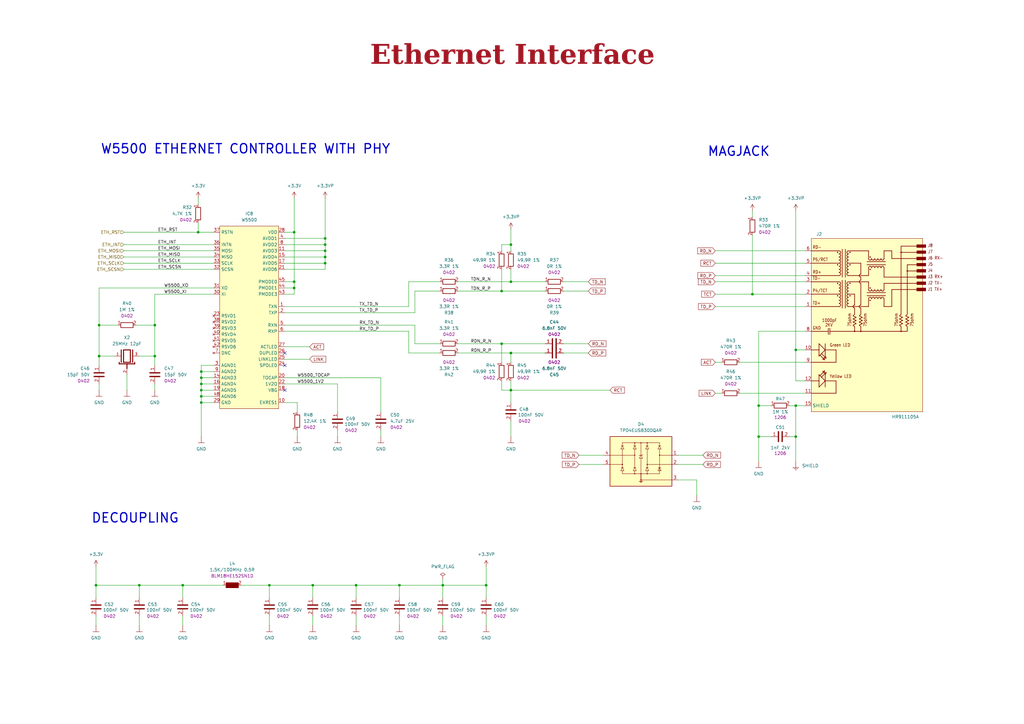
<source format=kicad_sch>
(kicad_sch (version 20250114) (generator "eeschema") (generator_version "9.0")
  (paper "A3")
  (title_block (title "Ethernet Interface") (date "2026-02-05") (rev "1.0.0") (company "DvidMakesThings"))
  (text "DECOUPLING" (at 37.338 212.598 0) (effects (font (size 3.81 3.81) (thickness 0.508) (bold yes)) (justify left)))
  (text "W5500 ETHERNET CONTROLLER WITH PHY" (at 41.148 61.214 0) (effects (font (size 3.81 3.81) (thickness 0.508) (bold yes)) (justify left)))
  (text "MAGJACK" (at 290.068 62.23 0) (effects (font (size 3.81 3.81) (thickness 0.508) (bold yes)) (justify left)))
  (text_box "Ethernet Interface" (at 12.7 16.51 0) (size 394.97 12.7) (margins 5.9999 5.9999 5.9999 5.9999) (stroke (width -0.0001)) (effects (font (size 8 8) (thickness 1.2) (bold yes))))
  (junction (at 57.15 240.03))
  (junction (at 128.27 240.03))
  (junction (at 205.74 119.38))
  (junction (at 40.64 133.35))
  (junction (at 133.35 100.33))
  (junction (at 133.35 97.79))
  (junction (at 326.39 179.07))
  (junction (at 209.55 144.78))
  (junction (at 133.35 102.87))
  (junction (at 199.39 240.03))
  (junction (at 40.64 146.05))
  (junction (at 326.39 143.51))
  (junction (at 82.55 162.56))
  (junction (at 163.83 240.03))
  (junction (at 205.74 140.97))
  (junction (at 82.55 160.02))
  (junction (at 120.65 115.57))
  (junction (at 110.49 240.03))
  (junction (at 209.55 100.33))
  (junction (at 308.61 120.65))
  (junction (at 82.55 154.94))
  (junction (at 120.65 118.11))
  (junction (at 326.39 166.37))
  (junction (at 82.55 165.1))
  (junction (at 209.55 115.57))
  (junction (at 74.93 240.03))
  (junction (at 63.5 146.05))
  (junction (at 133.35 105.41))
  (junction (at 82.55 157.48))
  (junction (at 181.61 240.03))
  (junction (at 146.05 240.03))
  (junction (at 120.65 95.25))
  (junction (at 133.35 107.95))
  (junction (at 311.15 179.07))
  (junction (at 81.28 95.25))
  (junction (at 63.5 133.35))
  (junction (at 82.55 152.4))
  (junction (at 39.37 240.03))
  (junction (at 311.15 166.37))
  (junction (at 209.55 160.02))
  (no_connect (at 116.84 144.78))
  (no_connect (at 116.84 149.86))
  (no_connect (at 116.84 160.02))
  (wire (pts (xy 231.14 115.57) (xy 241.3 115.57)))
  (wire (pts (xy 82.55 165.1) (xy 87.63 165.1)))
  (wire (pts (xy 209.55 172.72) (xy 209.55 179.07)))
  (wire (pts (xy 181.61 256.54) (xy 181.61 252.73)))
  (wire (pts (xy 205.74 100.33) (xy 209.55 100.33)))
  (wire (pts (xy 303.53 148.59) (xy 330.2 148.59)))
  (wire (pts (xy 57.15 256.54) (xy 57.15 252.73)))
  (wire (pts (xy 163.83 240.03) (xy 163.83 245.11)))
  (wire (pts (xy 116.84 135.89) (xy 167.64 135.89)))
  (wire (pts (xy 116.84 118.11) (xy 120.65 118.11)))
  (wire (pts (xy 128.27 256.54) (xy 128.27 252.73)))
  (wire (pts (xy 50.8 95.25) (xy 81.28 95.25)))
  (wire (pts (xy 63.5 146.05) (xy 63.5 149.86)))
  (wire (pts (xy 128.27 240.03) (xy 128.27 245.11)))
  (wire (pts (xy 205.74 160.02) (xy 209.55 160.02)))
  (wire (pts (xy 128.27 240.03) (xy 110.49 240.03)))
  (wire (pts (xy 82.55 154.94) (xy 82.55 157.48)))
  (wire (pts (xy 116.84 100.33) (xy 133.35 100.33)))
  (wire (pts (xy 205.74 110.49) (xy 205.74 119.38)))
  (wire (pts (xy 199.39 240.03) (xy 181.61 240.03)))
  (wire (pts (xy 82.55 160.02) (xy 82.55 162.56)))
  (wire (pts (xy 116.84 105.41) (xy 133.35 105.41)))
  (wire (pts (xy 39.37 256.54) (xy 39.37 252.73)))
  (wire (pts (xy 323.85 166.37) (xy 326.39 166.37)))
  (wire (pts (xy 311.15 166.37) (xy 311.15 179.07)))
  (wire (pts (xy 133.35 81.28) (xy 133.35 97.79)))
  (wire (pts (xy 116.84 165.1) (xy 121.92 165.1)))
  (wire (pts (xy 330.2 156.21) (xy 326.39 156.21)))
  (wire (pts (xy 205.74 140.97) (xy 223.52 140.97)))
  (wire (pts (xy 116.84 128.27) (xy 170.18 128.27)))
  (wire (pts (xy 116.84 147.32) (xy 127 147.32)))
  (wire (pts (xy 278.13 196.85) (xy 285.75 196.85)))
  (wire (pts (xy 133.35 102.87) (xy 133.35 100.33)))
  (wire (pts (xy 87.63 149.86) (xy 82.55 149.86)))
  (wire (pts (xy 326.39 179.07) (xy 326.39 189.23)))
  (wire (pts (xy 170.18 128.27) (xy 170.18 119.38)))
  (wire (pts (xy 57.15 146.05) (xy 63.5 146.05)))
  (wire (pts (xy 116.84 133.35) (xy 170.18 133.35)))
  (wire (pts (xy 316.23 166.37) (xy 311.15 166.37)))
  (wire (pts (xy 50.8 100.33) (xy 87.63 100.33)))
  (wire (pts (xy 199.39 232.41) (xy 199.39 240.03)))
  (wire (pts (xy 146.05 256.54) (xy 146.05 252.73)))
  (wire (pts (xy 81.28 95.25) (xy 87.63 95.25)))
  (wire (pts (xy 209.55 160.02) (xy 209.55 165.1)))
  (wire (pts (xy 330.2 135.89) (xy 311.15 135.89)))
  (wire (pts (xy 133.35 107.95) (xy 133.35 105.41)))
  (wire (pts (xy 82.55 162.56) (xy 87.63 162.56)))
  (wire (pts (xy 167.64 115.57) (xy 180.34 115.57)))
  (wire (pts (xy 120.65 115.57) (xy 120.65 95.25)))
  (wire (pts (xy 50.8 110.49) (xy 87.63 110.49)))
  (wire (pts (xy 205.74 140.97) (xy 205.74 148.59)))
  (wire (pts (xy 311.15 135.89) (xy 311.15 166.37)))
  (wire (pts (xy 40.64 133.35) (xy 40.64 146.05)))
  (wire (pts (xy 247.65 186.69) (xy 237.49 186.69)))
  (wire (pts (xy 293.37 120.65) (xy 308.61 120.65)))
  (wire (pts (xy 133.35 105.41) (xy 133.35 102.87)))
  (wire (pts (xy 293.37 161.29) (xy 295.91 161.29)))
  (wire (pts (xy 293.37 125.73) (xy 330.2 125.73)))
  (wire (pts (xy 116.84 154.94) (xy 156.21 154.94)))
  (wire (pts (xy 278.13 190.5) (xy 288.29 190.5)))
  (wire (pts (xy 116.84 97.79) (xy 133.35 97.79)))
  (wire (pts (xy 82.55 160.02) (xy 87.63 160.02)))
  (wire (pts (xy 116.84 125.73) (xy 167.64 125.73)))
  (wire (pts (xy 209.55 110.49) (xy 209.55 115.57)))
  (wire (pts (xy 187.96 140.97) (xy 205.74 140.97)))
  (wire (pts (xy 82.55 157.48) (xy 82.55 160.02)))
  (wire (pts (xy 209.55 144.78) (xy 223.52 144.78)))
  (wire (pts (xy 323.85 179.07) (xy 326.39 179.07)))
  (wire (pts (xy 133.35 100.33) (xy 133.35 97.79)))
  (wire (pts (xy 82.55 162.56) (xy 82.55 165.1)))
  (wire (pts (xy 81.28 91.44) (xy 81.28 95.25)))
  (wire (pts (xy 326.39 166.37) (xy 330.2 166.37)))
  (wire (pts (xy 116.84 115.57) (xy 120.65 115.57)))
  (wire (pts (xy 50.8 107.95) (xy 87.63 107.95)))
  (wire (pts (xy 163.83 256.54) (xy 163.83 252.73)))
  (wire (pts (xy 330.2 120.65) (xy 308.61 120.65)))
  (wire (pts (xy 82.55 149.86) (xy 82.55 152.4)))
  (wire (pts (xy 209.55 144.78) (xy 209.55 148.59)))
  (wire (pts (xy 156.21 176.53) (xy 156.21 179.07)))
  (wire (pts (xy 40.64 160.02) (xy 40.64 157.48)))
  (wire (pts (xy 40.64 133.35) (xy 48.26 133.35)))
  (wire (pts (xy 120.65 95.25) (xy 120.65 81.28)))
  (wire (pts (xy 116.84 142.24) (xy 127 142.24)))
  (wire (pts (xy 50.8 102.87) (xy 87.63 102.87)))
  (wire (pts (xy 121.92 165.1) (xy 121.92 168.91)))
  (wire (pts (xy 52.07 153.67) (xy 52.07 160.02)))
  (wire (pts (xy 57.15 240.03) (xy 39.37 240.03)))
  (wire (pts (xy 133.35 110.49) (xy 133.35 107.95)))
  (wire (pts (xy 326.39 179.07) (xy 326.39 166.37)))
  (wire (pts (xy 170.18 119.38) (xy 180.34 119.38)))
  (wire (pts (xy 110.49 240.03) (xy 110.49 245.11)))
  (wire (pts (xy 50.8 105.41) (xy 87.63 105.41)))
  (wire (pts (xy 167.64 125.73) (xy 167.64 115.57)))
  (wire (pts (xy 167.64 135.89) (xy 167.64 144.78)))
  (wire (pts (xy 293.37 107.95) (xy 330.2 107.95)))
  (wire (pts (xy 293.37 115.57) (xy 330.2 115.57)))
  (wire (pts (xy 40.64 146.05) (xy 40.64 149.86)))
  (wire (pts (xy 121.92 179.07) (xy 121.92 176.53)))
  (wire (pts (xy 55.88 133.35) (xy 63.5 133.35)))
  (wire (pts (xy 293.37 102.87) (xy 330.2 102.87)))
  (wire (pts (xy 39.37 240.03) (xy 39.37 245.11)))
  (wire (pts (xy 74.93 240.03) (xy 57.15 240.03)))
  (wire (pts (xy 57.15 240.03) (xy 57.15 245.11)))
  (wire (pts (xy 199.39 240.03) (xy 199.39 245.11)))
  (wire (pts (xy 82.55 152.4) (xy 87.63 152.4)))
  (wire (pts (xy 293.37 148.59) (xy 295.91 148.59)))
  (wire (pts (xy 116.84 107.95) (xy 133.35 107.95)))
  (wire (pts (xy 308.61 120.65) (xy 308.61 96.52)))
  (wire (pts (xy 82.55 154.94) (xy 87.63 154.94)))
  (wire (pts (xy 82.55 152.4) (xy 82.55 154.94)))
  (wire (pts (xy 63.5 120.65) (xy 63.5 133.35)))
  (wire (pts (xy 278.13 186.69) (xy 288.29 186.69)))
  (wire (pts (xy 110.49 256.54) (xy 110.49 252.73)))
  (wire (pts (xy 231.14 119.38) (xy 241.3 119.38)))
  (wire (pts (xy 187.96 144.78) (xy 209.55 144.78)))
  (wire (pts (xy 231.14 140.97) (xy 241.3 140.97)))
  (wire (pts (xy 156.21 154.94) (xy 156.21 168.91)))
  (wire (pts (xy 209.55 93.98) (xy 209.55 100.33)))
  (wire (pts (xy 163.83 240.03) (xy 146.05 240.03)))
  (wire (pts (xy 187.96 119.38) (xy 205.74 119.38)))
  (wire (pts (xy 39.37 232.41) (xy 39.37 240.03)))
  (wire (pts (xy 167.64 144.78) (xy 180.34 144.78)))
  (wire (pts (xy 40.64 118.11) (xy 40.64 133.35)))
  (wire (pts (xy 293.37 113.03) (xy 330.2 113.03)))
  (wire (pts (xy 138.43 176.53) (xy 138.43 179.07)))
  (wire (pts (xy 247.65 190.5) (xy 237.49 190.5)))
  (wire (pts (xy 116.84 102.87) (xy 133.35 102.87)))
  (wire (pts (xy 326.39 86.36) (xy 326.39 143.51)))
  (wire (pts (xy 205.74 119.38) (xy 223.52 119.38)))
  (wire (pts (xy 187.96 115.57) (xy 209.55 115.57)))
  (wire (pts (xy 308.61 88.9) (xy 308.61 86.36)))
  (wire (pts (xy 311.15 179.07) (xy 311.15 189.23)))
  (wire (pts (xy 120.65 120.65) (xy 120.65 118.11)))
  (wire (pts (xy 91.44 240.03) (xy 74.93 240.03)))
  (wire (pts (xy 82.55 157.48) (xy 87.63 157.48)))
  (wire (pts (xy 116.84 120.65) (xy 120.65 120.65)))
  (wire (pts (xy 311.15 179.07) (xy 316.23 179.07)))
  (wire (pts (xy 303.53 161.29) (xy 330.2 161.29)))
  (wire (pts (xy 74.93 240.03) (xy 74.93 245.11)))
  (wire (pts (xy 326.39 156.21) (xy 326.39 143.51)))
  (wire (pts (xy 181.61 237.49) (xy 181.61 240.03)))
  (wire (pts (xy 209.55 115.57) (xy 223.52 115.57)))
  (wire (pts (xy 138.43 157.48) (xy 138.43 168.91)))
  (wire (pts (xy 209.55 100.33) (xy 209.55 102.87)))
  (wire (pts (xy 205.74 102.87) (xy 205.74 100.33)))
  (wire (pts (xy 99.06 240.03) (xy 110.49 240.03)))
  (wire (pts (xy 146.05 240.03) (xy 128.27 240.03)))
  (wire (pts (xy 285.75 196.85) (xy 285.75 203.2)))
  (wire (pts (xy 330.2 143.51) (xy 326.39 143.51)))
  (wire (pts (xy 63.5 133.35) (xy 63.5 146.05)))
  (wire (pts (xy 120.65 118.11) (xy 120.65 115.57)))
  (wire (pts (xy 170.18 140.97) (xy 180.34 140.97)))
  (wire (pts (xy 74.93 256.54) (xy 74.93 252.73)))
  (wire (pts (xy 63.5 160.02) (xy 63.5 157.48)))
  (wire (pts (xy 81.28 81.28) (xy 81.28 83.82)))
  (wire (pts (xy 82.55 165.1) (xy 82.55 179.07)))
  (wire (pts (xy 146.05 240.03) (xy 146.05 245.11)))
  (wire (pts (xy 87.63 118.11) (xy 40.64 118.11)))
  (wire (pts (xy 231.14 144.78) (xy 241.3 144.78)))
  (wire (pts (xy 87.63 120.65) (xy 63.5 120.65)))
  (wire (pts (xy 181.61 240.03) (xy 163.83 240.03)))
  (wire (pts (xy 170.18 133.35) (xy 170.18 140.97)))
  (wire (pts (xy 199.39 256.54) (xy 199.39 252.73)))
  (wire (pts (xy 116.84 157.48) (xy 138.43 157.48)))
  (wire (pts (xy 116.84 95.25) (xy 120.65 95.25)))
  (wire (pts (xy 116.84 110.49) (xy 133.35 110.49)))
  (wire (pts (xy 181.61 240.03) (xy 181.61 245.11)))
  (wire (pts (xy 209.55 160.02) (xy 250.19 160.02)))
  (wire (pts (xy 205.74 156.21) (xy 205.74 160.02)))
  (wire (pts (xy 209.55 160.02) (xy 209.55 156.21)))
  (wire (pts (xy 46.99 146.05) (xy 40.64 146.05)))
  (label "RDN_R_P" (at 193.04 144.78 0))
  (label "W5500_XO" (at 67.31 118.11 0))
  (label "ETH_MISO" (at 64.77 105.41 0))
  (label "ETH_RST" (at 64.77 95.25 0))
  (label "W5500_1V2" (at 121.92 157.48 0))
  (label "W5500_TOCAP" (at 121.92 154.94 0))
  (label "TDN_R_P" (at 193.04 119.38 0))
  (label "RX_TD_N" (at 147.32 133.35 0))
  (label "TX_TD_N" (at 147.32 125.73 0))
  (label "ETH_INT" (at 64.77 100.33 0))
  (label "ETH_SCLK" (at 64.77 107.95 0))
  (label "ETH_MOSI" (at 64.77 102.87 0))
  (label "RDN_R_N" (at 193.04 140.97 0))
  (label "TX_TD_P" (at 147.32 128.27 0))
  (label "RX_TD_P" (at 147.32 135.89 0))
  (label "ETH_SCSN" (at 64.77 110.49 0))
  (label "TDN_R_N" (at 193.04 115.57 0))
  (label "W5500_XI" (at 67.31 120.65 0))
  (global_label "TCT" (shape input) (at 293.37 120.65 180) (property "Intersheetrefs" "${INTERSHEET_REFS}" (effects (hide yes))))
  (global_label "TD_N" (shape input) (at 293.37 115.57 180) (property "Intersheetrefs" "${INTERSHEET_REFS}" (effects (hide yes))))
  (global_label "TD_P" (shape input) (at 237.49 190.5 180) (property "Intersheetrefs" "${INTERSHEET_REFS}" (effects (hide yes))))
  (global_label "ACT" (shape input) (at 127 142.24 0) (property "Intersheetrefs" "${INTERSHEET_REFS}" (effects (hide yes))))
  (global_label "TD_N" (shape input) (at 237.49 186.69 180) (property "Intersheetrefs" "${INTERSHEET_REFS}" (effects (hide yes))))
  (global_label "ACT" (shape input) (at 293.37 148.59 180) (property "Intersheetrefs" "${INTERSHEET_REFS}" (effects (hide yes))))
  (global_label "TD_N" (shape input) (at 241.3 115.57 0) (property "Intersheetrefs" "${INTERSHEET_REFS}" (effects (hide yes))))
  (global_label "RD_P" (shape input) (at 293.37 113.03 180) (property "Intersheetrefs" "${INTERSHEET_REFS}" (effects (hide yes))))
  (global_label "RD_N" (shape input) (at 241.3 140.97 0) (property "Intersheetrefs" "${INTERSHEET_REFS}" (effects (hide yes))))
  (global_label "RD_P" (shape input) (at 241.3 144.78 0) (property "Intersheetrefs" "${INTERSHEET_REFS}" (effects (hide yes))))
  (global_label "TD_P" (shape input) (at 241.3 119.38 0) (property "Intersheetrefs" "${INTERSHEET_REFS}" (effects (hide yes))))
  (global_label "RCT" (shape input) (at 250.19 160.02 0) (property "Intersheetrefs" "${INTERSHEET_REFS}" (effects (hide yes))))
  (global_label "RD_N" (shape input) (at 288.29 186.69 0) (property "Intersheetrefs" "${INTERSHEET_REFS}" (effects (hide yes))))
  (global_label "RD_P" (shape input) (at 288.29 190.5 0) (property "Intersheetrefs" "${INTERSHEET_REFS}" (effects (hide yes))))
  (global_label "RCT" (shape input) (at 293.37 107.95 180) (property "Intersheetrefs" "${INTERSHEET_REFS}" (effects (hide yes))))
  (global_label "LINK" (shape input) (at 127 147.32 0) (property "Intersheetrefs" "${INTERSHEET_REFS}" (effects (hide yes))))
  (global_label "TD_P" (shape input) (at 293.37 125.73 180) (property "Intersheetrefs" "${INTERSHEET_REFS}" (effects (hide yes))))
  (global_label "RD_N" (shape input) (at 293.37 102.87 180) (property "Intersheetrefs" "${INTERSHEET_REFS}" (effects (hide yes))))
  (global_label "LINK" (shape input) (at 293.37 161.29 180) (property "Intersheetrefs" "${INTERSHEET_REFS}" (effects (hide yes))))
  (hierarchical_label "ETH_INT" (shape input) (at 50.8 100.33 180))
  (hierarchical_label "ETH_SCLK" (shape input) (at 50.8 107.95 180))
  (hierarchical_label "ETH_SCSN" (shape input) (at 50.8 110.49 180))
  (hierarchical_label "ETH_RST" (shape input) (at 50.8 95.25 180))
  (hierarchical_label "ETH_MOSI" (shape input) (at 50.8 102.87 180))
  (hierarchical_label "ETH_MISO" (shape input) (at 50.8 105.41 180))
  (symbol (lib_id "DS_Capacitor_0402:15pF 50V 0402") (at 40.64 153.67 0) (mirror y) (unit 1)
    (property "Reference" "C46" (at 36.83 151.1299 0) (effects (justify left)))
    (property "Value" "15pF 50V" (at 36.83 153.6699 0) (effects (justify left)))
    (property "Footprint" "Capacitor_SMD:C_0402_1005Metric" (effects (hide yes)))
    (property "Description" "50V 15pF C0G ±5% 0402 Multilayer Ceramic Capacitors MLCC - SMD/SMT ROHS" (effects (hide yes)))
    (property "FOOTPRINT_SHORT" "0402" (at 36.83 156.2099 0) (effects (justify left)))
    (property "ROHS" "YES" (effects (hide yes)))
    (property "LCSC_PART" "C1548" (effects (hide yes)))
  )
  (symbol (lib_id "DS_Capacitor_0402:100nF 50V 0402") (at 163.83 248.92 0) (mirror y) (unit 1)
    (property "Reference" "C58" (at 169.164 247.904 0))
    (property "Value" "100nF 50V" (at 171.958 250.19 0))
    (property "Footprint" "Capacitor_SMD:C_0402_1005Metric" (effects (hide yes)))
    (property "Description" "50V 100nF X7R ±10% 0402 Multilayer Ceramic Capacitors MLCC - SMD/SMT ROHS" (effects (hide yes)))
    (property "FOOTPRINT_SHORT" "0402" (at 169.418 252.73 0))
    (property "ROHS" "YES" (effects (hide yes)))
    (property "LCSC_PART" "C307331" (effects (hide yes)))
  )
  (symbol (lib_id "DS_Resistor_0402:470R 1% 0402") (at 299.72 148.59 90) (unit 1)
    (property "Reference" "R43" (at 299.72 139.7 90))
    (property "Value" "470R 1%" (at 299.72 142.24 90))
    (property "Footprint" "Resistor_SMD:R_0402_1005Metric" (effects (hide yes)))
    (property "Description" "62.5mW Thick Film Resistors 50V ±100ppm/℃ ±1% 470Ω 0402 Chip Resistor - Surface Mount ROHS" (effects (hide yes)))
    (property "LCSC_PART" "C25117" (effects (hide yes)))
    (property "ROHS" "YES" (effects (hide yes)))
    (property "FOOTPRINT_SHORT" "0402" (at 299.72 144.78 90))
    (property "MFR" "Panasonic" (effects (hide yes)))
  )
  (symbol (lib_id "DS_Diode:TPD4EUSB30DQAR") (at 262.89 189.23 0) (unit 1)
    (property "Reference" "D4" (at 262.89 173.99 0))
    (property "Value" "TPD4EUSB30DQAR" (at 262.89 176.53 0))
    (property "Footprint" "DS_Diode:USON10_2.5x1" (effects (hide yes)))
    (property "Datasheet" "https://www.ti.com/lit/ds/symlink/tpd4eusb30.pdf" (effects (hide yes)))
    (property "Description" "8V Clamp 1A (8/20µs) Ipp Tv" (effects (hide yes)))
    (property "MFR" "Texas Instruments" (effects (hide yes)))
    (property "MPN" "TPD4EUSB30DQAR" (effects (hide yes)))
    (property "ROHS" "YES" (effects (hide yes)))
    (property "LCSC_PART" "C5199222" (effects (hide yes)))
  )
  (symbol (lib_id "DS_Supply:GND") (at 121.92 179.07 0) (unit 1)
    (property "Reference" "#PWR098" (effects (hide yes)))
    (property "Value" "GND" (at 121.92 184.15 0))
    (property "Description" "Power symbol creates a global label with name \"GND\" , ground" (effects (hide yes)))
  )
  (symbol (lib_id "DS_Inductor:BLM18HE152SN1D") (at 95.25 240.03 90) (unit 1)
    (property "Reference" "L4" (at 95.25 231.14 90))
    (property "Value" "1.5K/100MHz 0.5R" (at 95.25 233.68 90))
    (property "Footprint" "Resistor_SMD:R_0603_1608Metric" (effects (hide yes)))
    (property "Datasheet" "https://product.tdk.com/en/system/files/dam/doc/product/emc/emc/beads/catalog/beads_commercial_signal_mmz1608_en.pdf" (effects (hide yes)))
    (property "Description" "1.5 kOhms @ 100 MHz 1 Signal Line Ferrite Bead 0603 (1608 Metric) 500mA 500mOhm" (effects (hide yes)))
    (property "LCSC_PART" "C82155" (effects (hide yes)))
    (property "MFR" "Murata Electronics" (effects (hide yes)))
    (property "MPN" "BLM18HE152SN1D" (at 95.25 236.22 90))
  )
  (symbol (lib_id "DS_Supply:GND") (at 52.07 160.02 0) (unit 1)
    (property "Reference" "#PWR095" (effects (hide yes)))
    (property "Value" "GND" (at 52.07 165.1 0))
    (property "Description" "Power symbol creates a global label with name \"GND\" , ground" (effects (hide yes)))
  )
  (symbol (lib_id "DS_Supply:GND") (at 63.5 160.02 0) (unit 1)
    (property "Reference" "#PWR096" (effects (hide yes)))
    (property "Value" "GND" (at 63.5 165.1 0))
    (property "Description" "Power symbol creates a global label with name \"GND\" , ground" (effects (hide yes)))
  )
  (symbol (lib_id "DS_Capacitor_0402:100nF 50V 0402") (at 146.05 248.92 0) (mirror y) (unit 1)
    (property "Reference" "C57" (at 151.384 247.904 0))
    (property "Value" "100nF 50V" (at 154.178 250.19 0))
    (property "Footprint" "Capacitor_SMD:C_0402_1005Metric" (effects (hide yes)))
    (property "Description" "50V 100nF X7R ±10% 0402 Multilayer Ceramic Capacitors MLCC - SMD/SMT ROHS" (effects (hide yes)))
    (property "FOOTPRINT_SHORT" "0402" (at 151.638 252.73 0))
    (property "ROHS" "YES" (effects (hide yes)))
    (property "LCSC_PART" "C307331" (effects (hide yes)))
  )
  (symbol (lib_id "DS_Supply:GND") (at 57.15 256.54 0) (unit 1)
    (property "Reference" "#PWR0107" (effects (hide yes)))
    (property "Value" "GND" (at 57.15 261.62 0))
    (property "Description" "Power symbol creates a global label with name \"GND\" , ground" (effects (hide yes)))
  )
  (symbol (lib_id "DS_Capacitor_0402:4.7uF 25V 0402") (at 156.21 172.72 0) (unit 1)
    (property "Reference" "C50" (at 160.02 170.1799 0) (effects (justify left)))
    (property "Value" "4.7uF 25V" (at 160.02 172.7199 0) (effects (justify left)))
    (property "Footprint" "Capacitor_SMD:C_0402_1005Metric" (effects (hide yes)))
    (property "Description" "25V 4.7uF X5R ±20% 0402 Multilayer Ceramic Capacitors MLCC - SMD/SMT ROHS" (effects (hide yes)))
    (property "FOOTPRINT_SHORT" "0402" (at 160.02 175.2599 0) (effects (justify left)))
    (property "ROHS" "YES" (effects (hide yes)))
    (property "LCSC_PART" "C22367824" (effects (hide yes)))
    (property "MFR" "Murata" (effects (hide yes)))
  )
  (symbol (lib_id "power:+3.3VP") (at 199.39 232.41 0) (unit 1)
    (property "Reference" "#PWR0105" (effects (hide yes)))
    (property "Value" "+3.3VP" (at 199.39 227.33 0))
    (property "Description" "Power symbol creates a global label with name \"+3.3VP\"" (effects (hide yes)))
  )
  (symbol (lib_id "DS_Supply:GND") (at 311.15 189.23 0) (unit 1)
    (property "Reference" "#PWR0102" (effects (hide yes)))
    (property "Value" "GND" (at 311.15 194.31 0))
    (property "Description" "Power symbol creates a global label with name \"GND\" , ground" (effects (hide yes)))
  )
  (symbol (lib_id "power:+3.3VP") (at 133.35 81.28 0) (unit 1)
    (property "Reference" "#PWR090" (effects (hide yes)))
    (property "Value" "+3.3VP" (at 133.35 76.2 0))
    (property "Description" "Power symbol creates a global label with name \"+3.3VP\"" (effects (hide yes)))
  )
  (symbol (lib_id "DS_Resistor_1206:1M 1% 1206") (at 320.04 166.37 90) (unit 1)
    (property "Reference" "R47" (at 320.04 163.576 90))
    (property "Value" "1M 1%" (at 320.04 168.91 90))
    (property "Footprint" "Resistor_SMD:R_1206_3216Metric" (effects (hide yes)))
    (property "Description" "250mW Thick Film Resistors 200V ±100ppm/℃ ±1% 1MΩ 1206 Chip Resistor - Surface Mount ROHS" (effects (hide yes)))
    (property "LCSC_PART" "C17927" (effects (hide yes)))
    (property "ROHS" "YES" (effects (hide yes)))
    (property "FOOTPRINT_SHORT" "1206" (at 320.04 171.196 90))
    (property "MFR" "Uniohm" (effects (hide yes)))
  )
  (symbol (lib_id "DS_Resistor_0402:3.3R 1% 0402") (at 184.15 140.97 90) (unit 1)
    (property "Reference" "R41" (at 184.15 132.08 90))
    (property "Value" "3.3R 1%" (at 184.15 134.62 90))
    (property "Footprint" "Resistor_SMD:R_0402_1005Metric" (effects (hide yes)))
    (property "Description" "62.5mW Thick Film Resistors 50V ±1% ±400ppm/℃ 3.3Ω 0402 Chip Resistor - Surface Mount ROHS" (effects (hide yes)))
    (property "LCSC_PART" "C270612" (effects (hide yes)))
    (property "ROHS" "YES" (effects (hide yes)))
    (property "FOOTPRINT_SHORT" "0402" (at 184.15 137.16 90))
  )
  (symbol (lib_id "DS_Capacitor_0402:100nF 50V 0402") (at 181.61 248.92 0) (mirror y) (unit 1)
    (property "Reference" "C59" (at 186.944 247.904 0))
    (property "Value" "100nF 50V" (at 189.738 250.19 0))
    (property "Footprint" "Capacitor_SMD:C_0402_1005Metric" (effects (hide yes)))
    (property "Description" "50V 100nF X7R ±10% 0402 Multilayer Ceramic Capacitors MLCC - SMD/SMT ROHS" (effects (hide yes)))
    (property "FOOTPRINT_SHORT" "0402" (at 187.198 252.73 0))
    (property "ROHS" "YES" (effects (hide yes)))
    (property "LCSC_PART" "C307331" (effects (hide yes)))
  )
  (symbol (lib_id "power:+3.3VP") (at 326.39 86.36 0) (unit 1)
    (property "Reference" "#PWR092" (effects (hide yes)))
    (property "Value" "+3.3VP" (at 326.39 81.28 0))
    (property "Description" "Power symbol creates a global label with name \"+3.3VP\"" (effects (hide yes)))
  )
  (symbol (lib_id "DS_Supply:GND") (at 82.55 179.07 0) (unit 1)
    (property "Reference" "#PWR097" (effects (hide yes)))
    (property "Value" "GND" (at 82.55 184.15 0))
    (property "Description" "Power symbol creates a global label with name \"GND\" , ground" (effects (hide yes)))
  )
  (symbol (lib_id "DS_Capacitor_1206:1nF 2kV 1206") (at 320.04 179.07 90) (mirror x) (unit 1)
    (property "Reference" "C51" (at 320.04 175.26 90))
    (property "Value" "1nF 2kV" (at 320.04 183.642 90))
    (property "Footprint" "Capacitor_SMD:C_1206_3216Metric" (effects (hide yes)))
    (property "Description" "Chip Capacitor (MLCC) 1206 1nF ±10% 2KV X7R" (effects (hide yes)))
    (property "FOOTPRINT_SHORT" "1206" (at 320.04 185.928 90))
    (property "ROHS" "YES" (effects (hide yes)))
    (property "LCSC_PART" "C173242" (effects (hide yes)))
    (property "MFR" "Johanson Dielectrics " (effects (hide yes)))
  )
  (symbol (lib_id "DS_Resistor_0402:49.9R 1% 0402") (at 209.55 152.4 0) (mirror y) (unit 1)
    (property "Reference" "R45" (at 212.09 149.8599 0) (effects (justify right)))
    (property "Value" "49.9R 1%" (at 212.09 152.3999 0) (effects (justify right)))
    (property "Footprint" "Resistor_SMD:R_0402_1005Metric" (effects (hide yes)))
    (property "Description" "62.5mW Thick Film Resistors 50V ±100ppm/℃ ±1% 49.9Ω 0402 Chip Resistor - Surface Mount ROHS" (effects (hide yes)))
    (property "LCSC_PART" "C25120" (effects (hide yes)))
    (property "ROHS" "YES" (effects (hide yes)))
    (property "FOOTPRINT_SHORT" "0402" (at 212.09 154.9399 0) (effects (justify right)))
  )
  (symbol (lib_id "DS_Resistor_0402:470R 1% 0402") (at 299.72 161.29 90) (unit 1)
    (property "Reference" "R46" (at 299.72 152.4 90))
    (property "Value" "470R 1%" (at 299.72 154.94 90))
    (property "Footprint" "Resistor_SMD:R_0402_1005Metric" (effects (hide yes)))
    (property "Description" "62.5mW Thick Film Resistors 50V ±100ppm/℃ ±1% 470Ω 0402 Chip Resistor - Surface Mount ROHS" (effects (hide yes)))
    (property "LCSC_PART" "C25117" (effects (hide yes)))
    (property "ROHS" "YES" (effects (hide yes)))
    (property "FOOTPRINT_SHORT" "0402" (at 299.72 157.48 90))
    (property "MFR" "Panasonic" (effects (hide yes)))
  )
  (symbol (lib_id "DS_Supply:GND") (at 128.27 256.54 0) (unit 1)
    (property "Reference" "#PWR0110" (effects (hide yes)))
    (property "Value" "GND" (at 128.27 261.62 0))
    (property "Description" "Power symbol creates a global label with name \"GND\" , ground" (effects (hide yes)))
  )
  (symbol (lib_id "DS_Supply:SHIELD") (at 326.39 190.5 0) (unit 1) (in_bom no) (on_board no)
    (property "Reference" "#SHIELD01" (effects (hide yes)))
    (property "Value" "SHIELD" (at 328.93 191.0079 0) (effects (justify left)))
    (property "Description" "Power symbol creates a global label with name \"SHIELD\"" (effects (hide yes)))
  )
  (symbol (lib_id "DS_Capacitor_0402:100nF 50V 0402") (at 199.39 248.92 0) (mirror y) (unit 1)
    (property "Reference" "C60" (at 204.724 247.904 0))
    (property "Value" "100nF 50V" (at 207.518 250.19 0))
    (property "Footprint" "Capacitor_SMD:C_0402_1005Metric" (effects (hide yes)))
    (property "Description" "50V 100nF X7R ±10% 0402 Multilayer Ceramic Capacitors MLCC - SMD/SMT ROHS" (effects (hide yes)))
    (property "FOOTPRINT_SHORT" "0402" (at 204.978 252.73 0))
    (property "ROHS" "YES" (effects (hide yes)))
    (property "LCSC_PART" "C307331" (effects (hide yes)))
  )
  (symbol (lib_id "DS_Supply:GND") (at 199.39 256.54 0) (unit 1)
    (property "Reference" "#PWR0114" (effects (hide yes)))
    (property "Value" "GND" (at 199.39 261.62 0))
    (property "Description" "Power symbol creates a global label with name \"GND\" , ground" (effects (hide yes)))
  )
  (symbol (lib_id "DS_Peripherals:W5500") (at 102.87 129.54 0) (unit 1)
    (property "Reference" "IC8" (at 102.235 87.63 0))
    (property "Value" "W5500" (at 102.235 90.17 0))
    (property "Footprint" "DS_Peripherals:LQFP48_7x7" (effects (hide yes)))
    (property "Datasheet" "https://docs.wiznet.io/pdf-viewer?file=%2Fimg%2Fproducts%2Fw5500%2FW5500_ds_v110e.pdf" (effects (hide yes)))
    (property "Description" "-40°C~+85°C 100BASE-TX 3.3V 32KB 8 SPI SPI Yes LQFP-48(7x7) Ethernet Controllers ROHS" (effects (hide yes)))
    (property "MPN" "W5500" (effects (hide yes)))
    (property "MFR" "WIZNET" (effects (hide yes)))
    (property "LCSC_PART" "C32843" (effects (hide yes)))
    (property "ROHS" "YES" (effects (hide yes)))
  )
  (symbol (lib_id "DS_Connector:HR911105A") (at 355.6 133.35 0) (unit 1)
    (property "Reference" "J2" (at 334.772 96.012 0) (effects (justify left)))
    (property "Value" "HR911105A" (at 365.76 170.942 0) (effects (justify left)))
    (property "Footprint" "DS_Connector:100BASE_MAGJACK" (effects (hide yes)))
    (property "Datasheet" "https://core-electronics.com.au/attachments/localcontent/cc11be56d66bb63d5f1eeb85492439c0_335950a6d06.pdf" (effects (hide yes)))
    (property "Description" "1 Filtered Gold Non-PoE Phosphor bronze RJ45 Jack Right Angle Shielded With LED Plugin Ethernet Connectors / Modular Connectors (RJ45 RJ11) ROHS" (effects (hide yes)))
    (property "MPN" "HR911105A" (effects (hide yes)))
    (property "MFR" "HANRUN" (effects (hide yes)))
    (property "ROHS" "YES" (effects (hide yes)))
    (property "LCSC_PART" "C12074" (effects (hide yes)))
  )
  (symbol (lib_id "DS_Supply:GND") (at 163.83 256.54 0) (unit 1)
    (property "Reference" "#PWR0112" (effects (hide yes)))
    (property "Value" "GND" (at 163.83 261.62 0))
    (property "Description" "Power symbol creates a global label with name \"GND\" , ground" (effects (hide yes)))
  )
  (symbol (lib_id "power:+3.3VP") (at 209.55 93.98 0) (unit 1)
    (property "Reference" "#PWR093" (effects (hide yes)))
    (property "Value" "+3.3VP" (at 209.55 88.9 0))
    (property "Description" "Power symbol creates a global label with name \"+3.3VP\"" (effects (hide yes)))
  )
  (symbol (lib_id "DS_Resistor_0402:49.9R 1% 0402") (at 205.74 152.4 0) (unit 1)
    (property "Reference" "R44" (at 203.2 149.8599 0) (effects (justify right)))
    (property "Value" "49.9R 1%" (at 203.2 152.3999 0) (effects (justify right)))
    (property "Footprint" "Resistor_SMD:R_0402_1005Metric" (effects (hide yes)))
    (property "Description" "62.5mW Thick Film Resistors 50V ±100ppm/℃ ±1% 49.9Ω 0402 Chip Resistor - Surface Mount ROHS" (effects (hide yes)))
    (property "LCSC_PART" "C25120" (effects (hide yes)))
    (property "ROHS" "YES" (effects (hide yes)))
    (property "FOOTPRINT_SHORT" "0402" (at 203.2 154.9399 0) (effects (justify right)))
  )
  (symbol (lib_id "DS_Resistor_0402:0R 1% 0402") (at 227.33 115.57 90) (unit 1)
    (property "Reference" "R37" (at 227.33 106.68 90))
    (property "Value" "0R 1%" (at 227.33 109.22 90))
    (property "Footprint" "Resistor_SMD:R_0402_1005Metric" (effects (hide yes)))
    (property "Description" "62.5mW Thick Film Resistors 50V ±800ppm/℃ ±1% 0Ω 0402 Chip Resistor - Surface Mount ROHS" (effects (hide yes)))
    (property "LCSC_PART" "C17168" (effects (hide yes)))
    (property "ROHS" "YES" (effects (hide yes)))
    (property "FOOTPRINT_SHORT" "0402" (at 227.33 111.76 90))
    (property "MFR" "YAGEO" (effects (hide yes)))
  )
  (symbol (lib_id "DS_Capacitor_0402:15pF 50V 0402") (at 63.5 153.67 0) (unit 1)
    (property "Reference" "C47" (at 67.31 151.1299 0) (effects (justify left)))
    (property "Value" "15pF 50V" (at 67.31 153.6699 0) (effects (justify left)))
    (property "Footprint" "Capacitor_SMD:C_0402_1005Metric" (effects (hide yes)))
    (property "Description" "50V 15pF C0G ±5% 0402 Multilayer Ceramic Capacitors MLCC - SMD/SMT ROHS" (effects (hide yes)))
    (property "FOOTPRINT_SHORT" "0402" (at 67.31 156.2099 0) (effects (justify left)))
    (property "ROHS" "YES" (effects (hide yes)))
    (property "LCSC_PART" "C1548" (effects (hide yes)))
  )
  (symbol (lib_id "DS_Resistor_0402:49.9R 1% 0402") (at 209.55 106.68 0) (mirror y) (unit 1)
    (property "Reference" "R35" (at 212.09 104.1399 0) (effects (justify right)))
    (property "Value" "49.9R 1%" (at 212.09 106.6799 0) (effects (justify right)))
    (property "Footprint" "Resistor_SMD:R_0402_1005Metric" (effects (hide yes)))
    (property "Description" "62.5mW Thick Film Resistors 50V ±100ppm/℃ ±1% 49.9Ω 0402 Chip Resistor - Surface Mount ROHS" (effects (hide yes)))
    (property "LCSC_PART" "C25120" (effects (hide yes)))
    (property "ROHS" "YES" (effects (hide yes)))
    (property "FOOTPRINT_SHORT" "0402" (at 212.09 109.2199 0) (effects (justify right)))
  )
  (symbol (lib_id "power:+3.3V") (at 39.37 232.41 0) (unit 1)
    (property "Reference" "#PWR0104" (effects (hide yes)))
    (property "Value" "+3.3V" (at 39.37 227.33 0))
    (property "Description" "Power symbol creates a global label with name \"+3.3V\"" (effects (hide yes)))
  )
  (symbol (lib_id "power:+3.3V") (at 120.65 81.28 0) (unit 1)
    (property "Reference" "#PWR089" (effects (hide yes)))
    (property "Value" "+3.3V" (at 120.65 76.2 0))
    (property "Description" "Power symbol creates a global label with name \"+3.3V\"" (effects (hide yes)))
  )
  (symbol (lib_id "DS_Resistor_0402:3.3R 1% 0402") (at 184.15 144.78 90) (mirror x) (unit 1)
    (property "Reference" "R42" (at 184.15 153.67 90))
    (property "Value" "3.3R 1%" (at 184.15 151.13 90))
    (property "Footprint" "Resistor_SMD:R_0402_1005Metric" (effects (hide yes)))
    (property "Description" "62.5mW Thick Film Resistors 50V ±1% ±400ppm/℃ 3.3Ω 0402 Chip Resistor - Surface Mount ROHS" (effects (hide yes)))
    (property "LCSC_PART" "C270612" (effects (hide yes)))
    (property "ROHS" "YES" (effects (hide yes)))
    (property "FOOTPRINT_SHORT" "0402" (at 184.15 148.59 90))
  )
  (symbol (lib_id "DS_Resistor_0402:3.3R 1% 0402") (at 184.15 119.38 90) (mirror x) (unit 1)
    (property "Reference" "R38" (at 184.15 128.27 90))
    (property "Value" "3.3R 1%" (at 184.15 125.73 90))
    (property "Footprint" "Resistor_SMD:R_0402_1005Metric" (effects (hide yes)))
    (property "Description" "62.5mW Thick Film Resistors 50V ±1% ±400ppm/℃ 3.3Ω 0402 Chip Resistor - Surface Mount ROHS" (effects (hide yes)))
    (property "LCSC_PART" "C270612" (effects (hide yes)))
    (property "ROHS" "YES" (effects (hide yes)))
    (property "FOOTPRINT_SHORT" "0402" (at 184.15 123.19 90))
  )
  (symbol (lib_id "DS_Supply:GND") (at 146.05 256.54 0) (unit 1)
    (property "Reference" "#PWR0111" (effects (hide yes)))
    (property "Value" "GND" (at 146.05 261.62 0))
    (property "Description" "Power symbol creates a global label with name \"GND\" , ground" (effects (hide yes)))
  )
  (symbol (lib_id "DS_Capacitor_0402:100nF 50V 0402") (at 110.49 248.92 0) (mirror y) (unit 1)
    (property "Reference" "C55" (at 115.824 247.904 0))
    (property "Value" "100nF 50V" (at 118.618 250.19 0))
    (property "Footprint" "Capacitor_SMD:C_0402_1005Metric" (effects (hide yes)))
    (property "Description" "50V 100nF X7R ±10% 0402 Multilayer Ceramic Capacitors MLCC - SMD/SMT ROHS" (effects (hide yes)))
    (property "FOOTPRINT_SHORT" "0402" (at 116.078 252.73 0))
    (property "ROHS" "YES" (effects (hide yes)))
    (property "LCSC_PART" "C307331" (effects (hide yes)))
  )
  (symbol (lib_id "DS_Supply:GND") (at 39.37 256.54 0) (unit 1)
    (property "Reference" "#PWR0106" (effects (hide yes)))
    (property "Value" "GND" (at 39.37 261.62 0))
    (property "Description" "Power symbol creates a global label with name \"GND\" , ground" (effects (hide yes)))
  )
  (symbol (lib_id "DS_Supply:GND") (at 209.55 179.07 0) (unit 1)
    (property "Reference" "#PWR0101" (effects (hide yes)))
    (property "Value" "GND" (at 209.55 184.15 0))
    (property "Description" "Power symbol creates a global label with name \"GND\" , ground" (effects (hide yes)))
  )
  (symbol (lib_id "DS_Capacitor_0402:100nF 50V 0402") (at 138.43 172.72 0) (mirror y) (unit 1)
    (property "Reference" "C49" (at 143.764 171.704 0))
    (property "Value" "100nF 50V" (at 146.558 173.99 0))
    (property "Footprint" "Capacitor_SMD:C_0402_1005Metric" (effects (hide yes)))
    (property "Description" "50V 100nF X7R ±10% 0402 Multilayer Ceramic Capacitors MLCC - SMD/SMT ROHS" (effects (hide yes)))
    (property "FOOTPRINT_SHORT" "0402" (at 144.018 176.53 0))
    (property "ROHS" "YES" (effects (hide yes)))
    (property "LCSC_PART" "C307331" (effects (hide yes)))
  )
  (symbol (lib_id "DS_Supply:GND") (at 285.75 203.2 0) (unit 1)
    (property "Reference" "#PWR0103" (effects (hide yes)))
    (property "Value" "GND" (at 285.75 208.28 0))
    (property "Description" "Power symbol creates a global label with name \"GND\" , ground" (effects (hide yes)))
  )
  (symbol (lib_id "power:+3.3VP") (at 308.61 86.36 0) (unit 1)
    (property "Reference" "#PWR091" (effects (hide yes)))
    (property "Value" "+3.3VP" (at 308.61 81.28 0))
    (property "Description" "Power symbol creates a global label with name \"+3.3VP\"" (effects (hide yes)))
  )
  (symbol (lib_id "DS_Capacitor_0402:6.8nF 50V 0402") (at 227.33 144.78 90) (mirror x) (unit 1)
    (property "Reference" "C45" (at 227.33 153.67 90))
    (property "Value" "6.8nF 50V" (at 227.33 151.13 90))
    (property "Footprint" "Capacitor_SMD:C_0402_1005Metric" (effects (hide yes)))
    (property "Description" "50V 6.8nF X7R ±10% 0402 Multilayer Ceramic Capacitors MLCC - SMD/SMT ROHS" (effects (hide yes)))
    (property "FOOTPRINT_SHORT" "0402" (at 227.33 148.59 90))
    (property "ROHS" "YES" (effects (hide yes)))
    (property "LCSC_PART" "C1542" (effects (hide yes)))
  )
  (symbol (lib_id "DS_Resistor_0402:470R 1% 0402") (at 308.61 92.71 0) (unit 1)
    (property "Reference" "R33" (at 311.15 90.1699 0) (effects (justify left)))
    (property "Value" "470R 1%" (at 311.15 92.7099 0) (effects (justify left)))
    (property "Footprint" "Resistor_SMD:R_0402_1005Metric" (effects (hide yes)))
    (property "Description" "62.5mW Thick Film Resistors 50V ±100ppm/℃ ±1% 470Ω 0402 Chip Resistor - Surface Mount ROHS" (effects (hide yes)))
    (property "LCSC_PART" "C25117" (effects (hide yes)))
    (property "ROHS" "YES" (effects (hide yes)))
    (property "FOOTPRINT_SHORT" "0402" (at 311.15 95.2499 0) (effects (justify left)))
    (property "MFR" "Panasonic" (effects (hide yes)))
  )
  (symbol (lib_id "power:PWR_FLAG") (at 181.61 237.49 0) (unit 1)
    (property "Reference" "#FLG05" (effects (hide yes)))
    (property "Value" "PWR_FLAG" (at 181.61 232.41 0))
    (property "Description" "Special symbol for telling ERC where power comes from" (effects (hide yes)))
  )
  (symbol (lib_id "DS_Resistor_0402:3.3R 1% 0402") (at 184.15 115.57 90) (unit 1)
    (property "Reference" "R36" (at 184.15 106.68 90))
    (property "Value" "3.3R 1%" (at 184.15 109.22 90))
    (property "Footprint" "Resistor_SMD:R_0402_1005Metric" (effects (hide yes)))
    (property "Description" "62.5mW Thick Film Resistors 50V ±1% ±400ppm/℃ 3.3Ω 0402 Chip Resistor - Surface Mount ROHS" (effects (hide yes)))
    (property "LCSC_PART" "C270612" (effects (hide yes)))
    (property "ROHS" "YES" (effects (hide yes)))
    (property "FOOTPRINT_SHORT" "0402" (at 184.15 111.76 90))
  )
  (symbol (lib_id "DS_Capacitor_0402:100nF 50V 0402") (at 74.93 248.92 0) (mirror y) (unit 1)
    (property "Reference" "C54" (at 80.264 247.904 0))
    (property "Value" "100nF 50V" (at 83.058 250.19 0))
    (property "Footprint" "Capacitor_SMD:C_0402_1005Metric" (effects (hide yes)))
    (property "Description" "50V 100nF X7R ±10% 0402 Multilayer Ceramic Capacitors MLCC - SMD/SMT ROHS" (effects (hide yes)))
    (property "FOOTPRINT_SHORT" "0402" (at 80.518 252.73 0))
    (property "ROHS" "YES" (effects (hide yes)))
    (property "LCSC_PART" "C307331" (effects (hide yes)))
  )
  (symbol (lib_id "DS_Resistor_0402:4.7K 1% 0402") (at 81.28 87.63 0) (unit 1)
    (property "Reference" "R32" (at 78.74 85.0899 0) (effects (justify right)))
    (property "Value" "4.7K 1%" (at 78.74 87.6299 0) (effects (justify right)))
    (property "Footprint" "Resistor_SMD:R_0402_1005Metric" (effects (hide yes)))
    (property "Description" "62.5mW Thick Film Resistors 50V ±100ppm/℃ ±1% 4.7kΩ 0402 Chip Resistor - Surface Mount ROHS" (effects (hide yes)))
    (property "LCSC_PART" "C25900" (effects (hide yes)))
    (property "ROHS" "YES" (effects (hide yes)))
    (property "FOOTPRINT_SHORT" "0402" (at 78.74 90.1699 0) (effects (justify right)))
  )
  (symbol (lib_id "DS_Supply:GND") (at 110.49 256.54 0) (unit 1)
    (property "Reference" "#PWR0109" (effects (hide yes)))
    (property "Value" "GND" (at 110.49 261.62 0))
    (property "Description" "Power symbol creates a global label with name \"GND\" , ground" (effects (hide yes)))
  )
  (symbol (lib_id "DS_Supply:GND") (at 40.64 160.02 0) (unit 1)
    (property "Reference" "#PWR094" (effects (hide yes)))
    (property "Value" "GND" (at 40.64 165.1 0))
    (property "Description" "Power symbol creates a global label with name \"GND\" , ground" (effects (hide yes)))
  )
  (symbol (lib_id "power:+3.3V") (at 81.28 81.28 0) (unit 1)
    (property "Reference" "#PWR088" (effects (hide yes)))
    (property "Value" "+3.3V" (at 81.28 76.2 0))
    (property "Description" "Power symbol creates a global label with name \"+3.3V\"" (effects (hide yes)))
  )
  (symbol (lib_id "DS_Crystal:25MHz") (at 52.07 146.05 0) (unit 1)
    (property "Reference" "X2" (at 52.07 138.43 0))
    (property "Value" "25MHz 12pF" (at 52.07 140.97 0))
    (property "Footprint" "DS_Crystal:X3225" (effects (hide yes)))
    (property "Datasheet" "https://jlcpcb.com/api/file/downloadByFileSystemAccessId/8588879072122851328" (effects (hide yes)))
    (property "Description" "-40°C~+85°C 12pF 25MHz Crystal Oscillator ±10ppm ±20ppm SMD3225-4P Crystals ROHS" (effects (hide yes)))
    (property "MFR" "YXC Crystal Oscillators" (effects (hide yes)))
    (property "MPN" "X322525MOB4SI" (effects (hide yes)))
    (property "LCSC_PART" "C9006" (effects (hide yes)))
    (property "ROHS" "YES" (effects (hide yes)))
  )
  (symbol (lib_id "DS_Resistor_0402:12.4K 1% 0402") (at 121.92 172.72 0) (unit 1)
    (property "Reference" "R48" (at 124.46 170.1799 0) (effects (justify left)))
    (property "Value" "12.4K 1%" (at 124.46 172.7199 0) (effects (justify left)))
    (property "Footprint" "Resistor_SMD:R_0402_1005Metric" (effects (hide yes)))
    (property "Description" "63mW Thin Film Resistor 50V ±0.1% ±25ppm/℃ 12.4kΩ 0402 Chip Resistor - Surface Mount ROHS" (effects (hide yes)))
    (property "LCSC_PART" "C490814" (effects (hide yes)))
    (property "ROHS" "YES" (effects (hide yes)))
    (property "FOOTPRINT_SHORT" "0402" (at 124.46 175.2599 0) (effects (justify left)))
  )
  (symbol (lib_id "DS_Supply:GND") (at 74.93 256.54 0) (unit 1)
    (property "Reference" "#PWR0108" (effects (hide yes)))
    (property "Value" "GND" (at 74.93 261.62 0))
    (property "Description" "Power symbol creates a global label with name \"GND\" , ground" (effects (hide yes)))
  )
  (symbol (lib_id "DS_Capacitor_0402:100nF 50V 0402") (at 57.15 248.92 0) (mirror y) (unit 1)
    (property "Reference" "C53" (at 62.484 247.904 0))
    (property "Value" "100nF 50V" (at 65.278 250.19 0))
    (property "Footprint" "Capacitor_SMD:C_0402_1005Metric" (effects (hide yes)))
    (property "Description" "50V 100nF X7R ±10% 0402 Multilayer Ceramic Capacitors MLCC - SMD/SMT ROHS" (effects (hide yes)))
    (property "FOOTPRINT_SHORT" "0402" (at 62.738 252.73 0))
    (property "ROHS" "YES" (effects (hide yes)))
    (property "LCSC_PART" "C307331" (effects (hide yes)))
  )
  (symbol (lib_id "DS_Resistor_0402:49.9R 1% 0402") (at 205.74 106.68 0) (unit 1)
    (property "Reference" "R34" (at 203.2 104.1399 0) (effects (justify right)))
    (property "Value" "49.9R 1%" (at 203.2 106.6799 0) (effects (justify right)))
    (property "Footprint" "Resistor_SMD:R_0402_1005Metric" (effects (hide yes)))
    (property "Description" "62.5mW Thick Film Resistors 50V ±100ppm/℃ ±1% 49.9Ω 0402 Chip Resistor - Surface Mount ROHS" (effects (hide yes)))
    (property "LCSC_PART" "C25120" (effects (hide yes)))
    (property "ROHS" "YES" (effects (hide yes)))
    (property "FOOTPRINT_SHORT" "0402" (at 203.2 109.2199 0) (effects (justify right)))
  )
  (symbol (lib_id "DS_Capacitor_0402:6.8nF 50V 0402") (at 227.33 140.97 90) (unit 1)
    (property "Reference" "C44" (at 227.33 132.08 90))
    (property "Value" "6.8nF 50V" (at 227.33 134.62 90))
    (property "Footprint" "Capacitor_SMD:C_0402_1005Metric" (effects (hide yes)))
    (property "Description" "50V 6.8nF X7R ±10% 0402 Multilayer Ceramic Capacitors MLCC - SMD/SMT ROHS" (effects (hide yes)))
    (property "FOOTPRINT_SHORT" "0402" (at 227.33 137.16 90))
    (property "ROHS" "YES" (effects (hide yes)))
    (property "LCSC_PART" "C1542" (effects (hide yes)))
  )
  (symbol (lib_id "DS_Resistor_0402:0R 1% 0402") (at 227.33 119.38 90) (unit 1)
    (property "Reference" "R39" (at 227.33 128.27 90))
    (property "Value" "0R 1%" (at 227.33 125.73 90))
    (property "Footprint" "Resistor_SMD:R_0402_1005Metric" (effects (hide yes)))
    (property "Description" "62.5mW Thick Film Resistors 50V ±800ppm/℃ ±1% 0Ω 0402 Chip Resistor - Surface Mount ROHS" (effects (hide yes)))
    (property "LCSC_PART" "C17168" (effects (hide yes)))
    (property "ROHS" "YES" (effects (hide yes)))
    (property "FOOTPRINT_SHORT" "0402" (at 227.33 123.19 90))
    (property "MFR" "YAGEO" (effects (hide yes)))
  )
  (symbol (lib_id "DS_Supply:GND") (at 181.61 256.54 0) (unit 1)
    (property "Reference" "#PWR0113" (effects (hide yes)))
    (property "Value" "GND" (at 181.61 261.62 0))
    (property "Description" "Power symbol creates a global label with name \"GND\" , ground" (effects (hide yes)))
  )
  (symbol (lib_id "DS_Supply:GND") (at 138.43 179.07 0) (unit 1)
    (property "Reference" "#PWR099" (effects (hide yes)))
    (property "Value" "GND" (at 138.43 184.15 0))
    (property "Description" "Power symbol creates a global label with name \"GND\" , ground" (effects (hide yes)))
  )
  (symbol (lib_id "DS_Capacitor_0402:100nF 50V 0402") (at 39.37 248.92 0) (mirror y) (unit 1)
    (property "Reference" "C52" (at 44.704 247.904 0))
    (property "Value" "100nF 50V" (at 47.498 250.19 0))
    (property "Footprint" "Capacitor_SMD:C_0402_1005Metric" (effects (hide yes)))
    (property "Description" "50V 100nF X7R ±10% 0402 Multilayer Ceramic Capacitors MLCC - SMD/SMT ROHS" (effects (hide yes)))
    (property "FOOTPRINT_SHORT" "0402" (at 44.958 252.73 0))
    (property "ROHS" "YES" (effects (hide yes)))
    (property "LCSC_PART" "C307331" (effects (hide yes)))
  )
  (symbol (lib_id "DS_Capacitor_0402:100nF 50V 0402") (at 209.55 168.91 0) (mirror y) (unit 1)
    (property "Reference" "C48" (at 214.884 167.894 0))
    (property "Value" "100nF 50V" (at 217.678 170.18 0))
    (property "Footprint" "Capacitor_SMD:C_0402_1005Metric" (effects (hide yes)))
    (property "Description" "50V 100nF X7R ±10% 0402 Multilayer Ceramic Capacitors MLCC - SMD/SMT ROHS" (effects (hide yes)))
    (property "FOOTPRINT_SHORT" "0402" (at 215.138 172.72 0))
    (property "ROHS" "YES" (effects (hide yes)))
    (property "LCSC_PART" "C307331" (effects (hide yes)))
  )
  (symbol (lib_id "DS_Capacitor_0402:100nF 50V 0402") (at 128.27 248.92 0) (mirror y) (unit 1)
    (property "Reference" "C56" (at 133.604 247.904 0))
    (property "Value" "100nF 50V" (at 136.398 250.19 0))
    (property "Footprint" "Capacitor_SMD:C_0402_1005Metric" (effects (hide yes)))
    (property "Description" "50V 100nF X7R ±10% 0402 Multilayer Ceramic Capacitors MLCC - SMD/SMT ROHS" (effects (hide yes)))
    (property "FOOTPRINT_SHORT" "0402" (at 133.858 252.73 0))
    (property "ROHS" "YES" (effects (hide yes)))
    (property "LCSC_PART" "C307331" (effects (hide yes)))
  )
  (symbol (lib_id "DS_Supply:GND") (at 156.21 179.07 0) (unit 1)
    (property "Reference" "#PWR0100" (effects (hide yes)))
    (property "Value" "GND" (at 156.21 184.15 0))
    (property "Description" "Power symbol creates a global label with name \"GND\" , ground" (effects (hide yes)))
  )
  (symbol (lib_id "DS_Resistor_0402:1M 1% 0402") (at 52.07 133.35 90) (unit 1)
    (property "Reference" "R40" (at 52.07 124.46 90))
    (property "Value" "1M 1%" (at 52.07 127 90))
    (property "Footprint" "Resistor_SMD:R_0402_1005Metric" (effects (hide yes)))
    (property "Description" "62.5mW Thick Film Resistors 50V ±100ppm/℃ ±1% 1MΩ 0402 Chip Resistor - Surface Mount ROHS" (effects (hide yes)))
    (property "LCSC_PART" "C26083" (effects (hide yes)))
    (property "ROHS" "YES" (effects (hide yes)))
    (property "FOOTPRINT_SHORT" "0402" (at 52.07 129.54 90))
    (property "MFR" "Vishay" (effects (hide yes)))
  )
)
</source>
